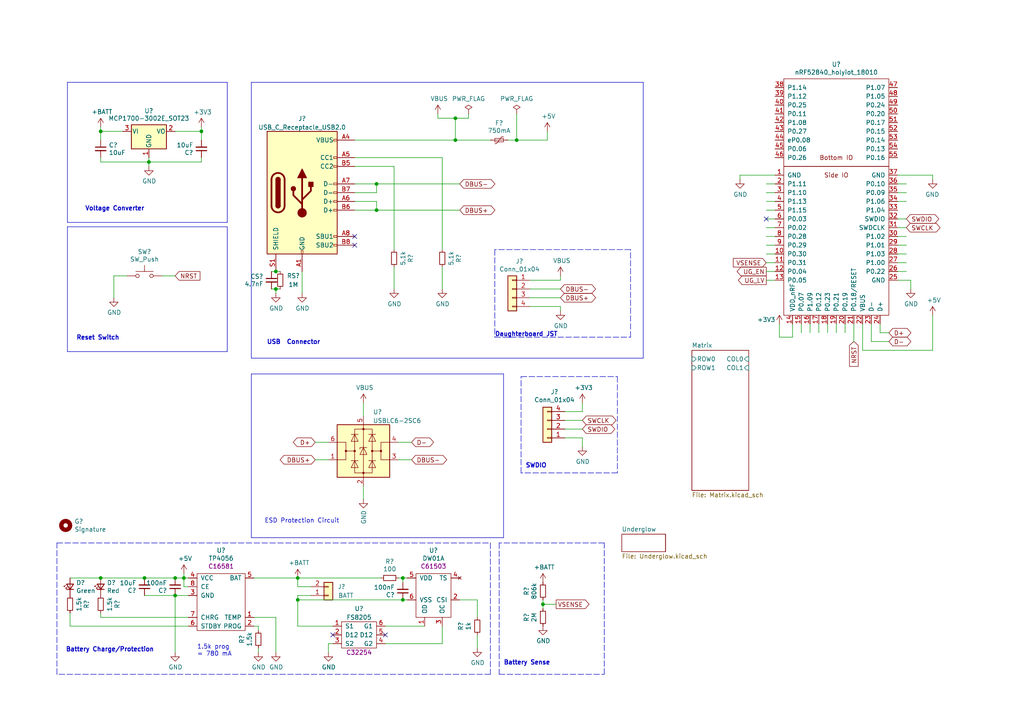
<source format=kicad_sch>
(kicad_sch (version 20211123) (generator eeschema)
  (paper "A4")
  (lib_symbols
    (symbol "Connector:USB_C_Receptacle_USB2.0" (pin_names (offset 1.016))
      (property "Reference" "J" (at -10.16 19.05 0))
      (property "Value" "USB_C_Receptacle_USB2.0" (at 19.05 19.05 0))
      (symbol "USB_C_Receptacle_USB2.0_0_0"
        (rectangle (start -0.254 -17.78) (end 0.254 -16.764))
        (rectangle (start 10.16 -14.986) (end 9.144 -15.494))
        (rectangle (start 10.16 -12.446) (end 9.144 -12.954))
        (rectangle (start 10.16 -4.826) (end 9.144 -5.334))
        (rectangle (start 10.16 -2.286) (end 9.144 -2.794))
        (rectangle (start 10.16 0.254) (end 9.144 -0.254))
        (rectangle (start 10.16 2.794) (end 9.144 2.286))
        (rectangle (start 10.16 7.874) (end 9.144 7.366))
        (rectangle (start 10.16 10.414) (end 9.144 9.906))
        (rectangle (start 10.16 15.494) (end 9.144 14.986))
      )
      (symbol "USB_C_Receptacle_USB2.0_0_1"
        (rectangle (start -10.16 17.78) (end 10.16 -17.78) (stroke (width 0.254)) (fill (type background)))
        (arc (start -8.89 -3.81) (mid -6.985 -5.715) (end -5.08 -3.81) (stroke (width 0.508)))
        (arc (start -7.62 -3.81) (mid -6.985 -4.445) (end -6.35 -3.81) (stroke (width 0.254)))
        (arc (start -7.62 -3.81) (mid -6.985 -4.445) (end -6.35 -3.81) (stroke (width 0.254)) (fill (type outline)))
        (rectangle (start -7.62 -3.81) (end -6.35 3.81) (stroke (width 0.254)) (fill (type outline)))
        (arc (start -6.35 3.81) (mid -6.985 4.445) (end -7.62 3.81) (stroke (width 0.254)))
        (arc (start -6.35 3.81) (mid -6.985 4.445) (end -7.62 3.81) (stroke (width 0.254)) (fill (type outline)))
        (arc (start -5.08 3.81) (mid -6.985 5.715) (end -8.89 3.81) (stroke (width 0.508)))
        (circle (center -2.54 1.143) (radius 0.635) (stroke (width 0.254)) (fill (type outline)))
        (circle (center 0 -5.842) (radius 1.27) (fill (type outline)))
        (polyline (pts (xy -8.89 -3.81) (xy -8.89 3.81)) (stroke (width 0.508)))
        (polyline (pts (xy -5.08 3.81) (xy -5.08 -3.81)) (stroke (width 0.508)))
        (polyline (pts (xy 0 -5.842) (xy 0 4.318)) (stroke (width 0.508)))
        (polyline (pts (xy 0 -3.302) (xy -2.54 -0.762) (xy -2.54 0.508)) (stroke (width 0.508)))
        (polyline (pts (xy 0 -2.032) (xy 2.54 0.508) (xy 2.54 1.778)) (stroke (width 0.508)))
        (polyline (pts (xy -1.27 4.318) (xy 0 6.858) (xy 1.27 4.318) (xy -1.27 4.318)) (stroke (width 0.254)) (fill (type outline)))
        (rectangle (start 1.905 1.778) (end 3.175 3.048) (stroke (width 0.254)) (fill (type outline)))
      )
      (symbol "USB_C_Receptacle_USB2.0_1_1"
        (pin passive line (at 0 -22.86 90) (length 5.08) (name "GND") (number "A1"))
        (pin passive line (at 0 -22.86 90) (length 5.08) hide (name "GND") (number "A12"))
        (pin passive line (at 15.24 15.24 180) (length 5.08) (name "VBUS") (number "A4"))
        (pin bidirectional line (at 15.24 10.16 180) (length 5.08) (name "CC1") (number "A5"))
        (pin bidirectional line (at 15.24 -2.54 180) (length 5.08) (name "D+") (number "A6"))
        (pin bidirectional line (at 15.24 2.54 180) (length 5.08) (name "D-") (number "A7"))
        (pin bidirectional line (at 15.24 -12.7 180) (length 5.08) (name "SBU1") (number "A8"))
        (pin passive line (at 15.24 15.24 180) (length 5.08) hide (name "VBUS") (number "A9"))
        (pin passive line (at 0 -22.86 90) (length 5.08) hide (name "GND") (number "B1"))
        (pin passive line (at 0 -22.86 90) (length 5.08) hide (name "GND") (number "B12"))
        (pin passive line (at 15.24 15.24 180) (length 5.08) hide (name "VBUS") (number "B4"))
        (pin bidirectional line (at 15.24 7.62 180) (length 5.08) (name "CC2") (number "B5"))
        (pin bidirectional line (at 15.24 -5.08 180) (length 5.08) (name "D+") (number "B6"))
        (pin bidirectional line (at 15.24 0 180) (length 5.08) (name "D-") (number "B7"))
        (pin bidirectional line (at 15.24 -15.24 180) (length 5.08) (name "SBU2") (number "B8"))
        (pin passive line (at 15.24 15.24 180) (length 5.08) hide (name "VBUS") (number "B9"))
        (pin passive line (at -7.62 -22.86 90) (length 5.08) (name "SHIELD") (number "S1"))
      )
    )
    (symbol "Connector_Generic:Conn_01x02" (pin_names (offset 1.016) hide)
      (property "Reference" "J" (at 0 2.54 0))
      (property "Value" "Conn_01x02" (at 0 -5.08 0))
      (symbol "Conn_01x02_1_1"
        (rectangle (start -1.27 -2.413) (end 0 -2.667) (stroke (width 0.1524)))
        (rectangle (start -1.27 0.127) (end 0 -0.127) (stroke (width 0.1524)))
        (rectangle (start -1.27 1.27) (end 1.27 -3.81) (stroke (width 0.254)) (fill (type background)))
        (pin passive line (at -5.08 0 0) (length 3.81) (name "Pin_1") (number "1"))
        (pin passive line (at -5.08 -2.54 0) (length 3.81) (name "Pin_2") (number "2"))
      )
    )
    (symbol "Connector_Generic:Conn_01x04" (pin_names (offset 1.016) hide)
      (property "Reference" "J" (at 0 5.08 0))
      (property "Value" "Conn_01x04" (at 0 -7.62 0))
      (symbol "Conn_01x04_1_1"
        (rectangle (start -1.27 -4.953) (end 0 -5.207) (stroke (width 0.1524)))
        (rectangle (start -1.27 -2.413) (end 0 -2.667) (stroke (width 0.1524)))
        (rectangle (start -1.27 0.127) (end 0 -0.127) (stroke (width 0.1524)))
        (rectangle (start -1.27 2.667) (end 0 2.413) (stroke (width 0.1524)))
        (rectangle (start -1.27 3.81) (end 1.27 -6.35) (stroke (width 0.254)) (fill (type background)))
        (pin passive line (at -5.08 2.54 0) (length 3.81) (name "Pin_1") (number "1"))
        (pin passive line (at -5.08 0 0) (length 3.81) (name "Pin_2") (number "2"))
        (pin passive line (at -5.08 -2.54 0) (length 3.81) (name "Pin_3") (number "3"))
        (pin passive line (at -5.08 -5.08 0) (length 3.81) (name "Pin_4") (number "4"))
      )
    )
    (symbol "Device:C_Small" (pin_numbers hide) (pin_names (offset 0.254) hide)
      (property "Reference" "C" (at 0.254 1.778 0))
      (property "Value" "C_Small" (at 0.254 -2.032 0))
      (symbol "C_Small_0_1"
        (polyline (pts (xy -1.524 -0.508) (xy 1.524 -0.508)) (stroke (width 0.3302)))
        (polyline (pts (xy -1.524 0.508) (xy 1.524 0.508)) (stroke (width 0.3048)))
      )
      (symbol "C_Small_1_1"
        (pin passive line (at 0 2.54 270) (length 2.032) (name "~") (number "1"))
        (pin passive line (at 0 -2.54 90) (length 2.032) (name "~") (number "2"))
      )
    )
    (symbol "Device:LED_Small" (pin_numbers hide) (pin_names (offset 0.254) hide)
      (property "Reference" "D" (at -1.27 3.175 0))
      (property "Value" "LED_Small" (at -4.445 -2.54 0))
      (symbol "LED_Small_0_1"
        (polyline (pts (xy -0.762 -1.016) (xy -0.762 1.016)) (stroke (width 0.254)))
        (polyline (pts (xy 1.016 0) (xy -0.762 0)))
        (polyline (pts (xy 0.762 -1.016) (xy -0.762 0) (xy 0.762 1.016) (xy 0.762 -1.016)) (stroke (width 0.254)))
        (polyline (pts (xy 0 0.762) (xy -0.508 1.27) (xy -0.254 1.27) (xy -0.508 1.27) (xy -0.508 1.016)))
        (polyline (pts (xy 0.508 1.27) (xy 0 1.778) (xy 0.254 1.778) (xy 0 1.778) (xy 0 1.524)))
      )
      (symbol "LED_Small_1_1"
        (pin passive line (at -2.54 0 0) (length 1.778) (name "K") (number "1"))
        (pin passive line (at 2.54 0 180) (length 1.778) (name "A") (number "2"))
      )
    )
    (symbol "Device:Polyfuse_Small" (pin_numbers hide) (pin_names (offset 0))
      (property "Reference" "F" (at -1.905 0 90))
      (property "Value" "Polyfuse_Small" (at 1.905 0 90))
      (symbol "Polyfuse_Small_0_1"
        (rectangle (start -0.508 1.27) (end 0.508 -1.27))
        (polyline (pts (xy 0 2.54) (xy 0 -2.54)))
        (polyline (pts (xy -1.016 1.27) (xy -1.016 0.762) (xy 1.016 -0.762) (xy 1.016 -1.27)))
      )
      (symbol "Polyfuse_Small_1_1"
        (pin passive line (at 0 2.54 270) (length 0.635) (name "~") (number "1"))
        (pin passive line (at 0 -2.54 90) (length 0.635) (name "~") (number "2"))
      )
    )
    (symbol "Device:R_Small" (pin_numbers hide) (pin_names (offset 0.254) hide)
      (property "Reference" "R" (at 0.762 0.508 0))
      (property "Value" "R_Small" (at 0.762 -1.016 0))
      (symbol "R_Small_0_1"
        (rectangle (start -0.762 1.778) (end 0.762 -1.778) (stroke (width 0.2032)))
      )
      (symbol "R_Small_1_1"
        (pin passive line (at 0 2.54 270) (length 0.762) (name "~") (number "1"))
        (pin passive line (at 0 -2.54 90) (length 0.762) (name "~") (number "2"))
      )
    )
    (symbol "Mechanical:MountingHole" (pin_names (offset 1.016))
      (property "Reference" "H" (at 0 5.08 0))
      (property "Value" "MountingHole" (at 0 3.175 0))
      (symbol "MountingHole_0_1"
        (circle (center 0 0) (radius 1.27) (stroke (width 1.27)))
      )
    )
    (symbol "Power_Protection:USBLC6-2SC6" (pin_names hide)
      (property "Reference" "U" (at 2.54 8.89 0))
      (property "Value" "USBLC6-2SC6" (at 2.54 -8.89 0))
      (symbol "USBLC6-2SC6_0_1"
        (rectangle (start -7.62 -7.62) (end 7.62 7.62) (stroke (width 0.254)) (fill (type background)))
        (circle (center -5.08 0) (radius 0.254) (fill (type outline)))
        (circle (center -2.54 0) (radius 0.254) (fill (type outline)))
        (rectangle (start -2.54 6.35) (end 2.54 -6.35))
        (circle (center 0 -6.35) (radius 0.254) (fill (type outline)))
        (polyline (pts (xy -5.08 -2.54) (xy -7.62 -2.54)))
        (polyline (pts (xy -5.08 0) (xy -5.08 -2.54)))
        (polyline (pts (xy -5.08 2.54) (xy -7.62 2.54)))
        (polyline (pts (xy -1.524 -2.794) (xy -3.556 -2.794)))
        (polyline (pts (xy -1.524 4.826) (xy -3.556 4.826)))
        (polyline (pts (xy 0 -7.62) (xy 0 -6.35)))
        (polyline (pts (xy 0 -6.35) (xy 0 1.27)))
        (polyline (pts (xy 0 1.27) (xy 0 6.35)))
        (polyline (pts (xy 0 6.35) (xy 0 7.62)))
        (polyline (pts (xy 1.524 -2.794) (xy 3.556 -2.794)))
        (polyline (pts (xy 1.524 4.826) (xy 3.556 4.826)))
        (polyline (pts (xy 5.08 -2.54) (xy 7.62 -2.54)))
        (polyline (pts (xy 5.08 0) (xy 5.08 -2.54)))
        (polyline (pts (xy 5.08 2.54) (xy 7.62 2.54)))
        (polyline (pts (xy -2.54 0) (xy -5.08 0) (xy -5.08 2.54)))
        (polyline (pts (xy 2.54 0) (xy 5.08 0) (xy 5.08 2.54)))
        (polyline (pts (xy -3.556 -4.826) (xy -1.524 -4.826) (xy -2.54 -2.794) (xy -3.556 -4.826)))
        (polyline (pts (xy -3.556 2.794) (xy -1.524 2.794) (xy -2.54 4.826) (xy -3.556 2.794)))
        (polyline (pts (xy -1.016 -1.016) (xy 1.016 -1.016) (xy 0 1.016) (xy -1.016 -1.016)))
        (polyline (pts (xy 1.016 1.016) (xy 0.762 1.016) (xy -1.016 1.016) (xy -1.016 0.508)))
        (polyline (pts (xy 3.556 -4.826) (xy 1.524 -4.826) (xy 2.54 -2.794) (xy 3.556 -4.826)))
        (polyline (pts (xy 3.556 2.794) (xy 1.524 2.794) (xy 2.54 4.826) (xy 3.556 2.794)))
        (circle (center 0 6.35) (radius 0.254) (fill (type outline)))
        (circle (center 2.54 0) (radius 0.254) (fill (type outline)))
        (circle (center 5.08 0) (radius 0.254) (fill (type outline)))
      )
      (symbol "USBLC6-2SC6_1_1"
        (pin passive line (at -10.16 -2.54 0) (length 2.54) (name "I/O1") (number "1"))
        (pin passive line (at 0 -10.16 90) (length 2.54) (name "GND") (number "2"))
        (pin passive line (at 10.16 -2.54 180) (length 2.54) (name "I/O2") (number "3"))
        (pin passive line (at 10.16 2.54 180) (length 2.54) (name "I/O2") (number "4"))
        (pin passive line (at 0 10.16 270) (length 2.54) (name "VBUS") (number "5"))
        (pin passive line (at -10.16 2.54 0) (length 2.54) (name "I/O1") (number "6"))
      )
    )
    (symbol "Regulator_Linear:MCP1700-3002E_SOT23" (pin_names (offset 0.254))
      (property "Reference" "U" (at -3.81 3.175 0))
      (property "Value" "MCP1700-3002E_SOT23" (at 0 3.175 0))
      (symbol "MCP1700-3002E_SOT23_0_1"
        (rectangle (start -5.08 1.905) (end 5.08 -5.08) (stroke (width 0.254)) (fill (type background)))
      )
      (symbol "MCP1700-3002E_SOT23_1_1"
        (pin power_in line (at 0 -7.62 90) (length 2.54) (name "GND") (number "1"))
        (pin power_out line (at 7.62 0 180) (length 2.54) (name "VO") (number "2"))
        (pin power_in line (at -7.62 0 0) (length 2.54) (name "VI") (number "3"))
      )
    )
    (symbol "Switch:SW_Push" (pin_numbers hide) (pin_names (offset 1.016) hide)
      (property "Reference" "SW" (at 1.27 2.54 0))
      (property "Value" "SW_Push" (at 0 -1.524 0))
      (symbol "SW_Push_0_1"
        (circle (center -2.032 0) (radius 0.508))
        (polyline (pts (xy 0 1.27) (xy 0 3.048)))
        (polyline (pts (xy 2.54 1.27) (xy -2.54 1.27)))
        (circle (center 2.032 0) (radius 0.508))
        (pin passive line (at -5.08 0 0) (length 2.54) (name "1") (number "1"))
        (pin passive line (at 5.08 0 180) (length 2.54) (name "2") (number "2"))
      )
    )
    (symbol "kicad-keyboard-parts:DW01A" (pin_names (offset 1.016))
      (property "Reference" "U" (at -5.08 7.62 0))
      (property "Value" "DW01A" (at 2.54 7.62 0))
      (property "LCSC" "C61503" (at 0 0 0))
      (symbol "DW01A_0_1"
        (rectangle (start -5.08 6.35) (end 5.08 -6.35))
      )
      (symbol "DW01A_1_1"
        (pin output line (at -2.54 -8.89 90) (length 2.54) (name "OD") (number "1"))
        (pin input line (at 7.62 -1.27 180) (length 2.54) (name "CSI") (number "2"))
        (pin output line (at 2.54 -8.89 90) (length 2.54) (name "OC") (number "3"))
        (pin no_connect line (at 7.62 5.08 180) (length 2.54) (name "TS") (number "4"))
        (pin power_in line (at -7.62 5.08 0) (length 2.54) (name "VDD") (number "5"))
        (pin power_in line (at -7.62 -1.27 0) (length 2.54) (name "VSS") (number "6"))
      )
    )
    (symbol "kicad-keyboard-parts:FS8205" (pin_names (offset 1.016))
      (property "Reference" "U" (at -3.81 5.08 0))
      (property "Value" "FS8205" (at -1.27 -5.08 0))
      (property "LCSC" "C32254" (at 0 0 0))
      (symbol "FS8205_0_1"
        (rectangle (start -5.08 3.81) (end 5.08 -3.81))
      )
      (symbol "FS8205_1_1"
        (pin power_in line (at -7.62 2.54 0) (length 2.54) (name "S1") (number "1"))
        (pin power_in line (at -7.62 0 0) (length 2.54) (name "D12") (number "2"))
        (pin power_in line (at -7.62 -2.54 0) (length 2.54) (name "S2") (number "3"))
        (pin input line (at 7.62 -2.54 180) (length 2.54) (name "G2") (number "4"))
        (pin power_in line (at 7.62 0 180) (length 2.54) (name "D12") (number "5"))
        (pin input line (at 7.62 2.54 180) (length 2.54) (name "G1") (number "6"))
      )
    )
    (symbol "kicad-keyboard-parts:TP4056" (pin_names (offset 1.016))
      (property "Reference" "U" (at -6.35 8.89 0))
      (property "Value" "TP4056" (at 2.54 -10.16 0))
      (property "LCSC" "C16581" (at 0 0 0))
      (symbol "TP4056_0_1"
        (rectangle (start -7.62 7.62) (end 6.35 -8.89))
      )
      (symbol "TP4056_1_1"
        (pin input line (at 8.89 -5.08 180) (length 2.54) (name "TEMP") (number "1"))
        (pin input line (at 8.89 -7.62 180) (length 2.54) (name "PROG") (number "2"))
        (pin power_in line (at -10.16 1.27 0) (length 2.54) (name "GND") (number "3"))
        (pin power_in line (at -10.16 6.35 0) (length 2.54) (name "VCC") (number "4"))
        (pin power_out line (at 8.89 6.35 180) (length 2.54) (name "BAT") (number "5"))
        (pin output line (at -10.16 -7.62 0) (length 2.54) (name "STDBY") (number "6"))
        (pin output line (at -10.16 -5.08 0) (length 2.54) (name "CHRG") (number "7"))
        (pin input line (at -10.16 3.81 0) (length 2.54) (name "CE") (number "8"))
      )
    )
    (symbol "kicad-keyboard-parts:nRF52840_holyiot_18010" (pin_names (offset 1.016))
      (property "Reference" "U" (at -2.54 39.37 0))
      (property "Value" "nRF52840_holyiot_18010" (at 0 36.83 0))
      (symbol "nRF52840_holyiot_18010_0_0"
        (rectangle (start -15.24 8.89) (end 15.24 -34.29))
        (rectangle (start -15.24 8.89) (end 15.24 34.29))
        (text "Bottom IO" (at 0 11.43 0) (effects (font (size 1.27 1.27))))
        (text "Side IO" (at 0 6.35 0) (effects (font (size 1.27 1.27))))
      )
      (symbol "nRF52840_holyiot_18010_1_1"
        (pin power_in line (at -17.78 6.35 0) (length 2.54) (name "GND") (number "1"))
        (pin bidirectional line (at -17.78 -16.51 0) (length 2.54) (name "P0.30") (number "10"))
        (pin bidirectional line (at -17.78 -19.05 0) (length 2.54) (name "P0.31") (number "11"))
        (pin bidirectional line (at -17.78 -21.59 0) (length 2.54) (name "P0.04") (number "12"))
        (pin bidirectional line (at -17.78 -24.13 0) (length 2.54) (name "P0.05") (number "13"))
        (pin power_in line (at -12.7 -36.83 90) (length 2.54) (name "VDD_nRF") (number "14"))
        (pin bidirectional line (at -10.16 -36.83 90) (length 2.54) (name "P0.07") (number "15"))
        (pin bidirectional line (at -7.62 -36.83 90) (length 2.54) (name "P1.09") (number "16"))
        (pin bidirectional line (at -5.08 -36.83 90) (length 2.54) (name "P0.12") (number "17"))
        (pin bidirectional line (at -2.54 -36.83 90) (length 2.54) (name "P0.23") (number "18"))
        (pin bidirectional line (at 0 -36.83 90) (length 2.54) (name "P0.21") (number "19"))
        (pin bidirectional line (at -17.78 3.81 0) (length 2.54) (name "P1.11") (number "2"))
        (pin bidirectional line (at 2.54 -36.83 90) (length 2.54) (name "P0.19") (number "20"))
        (pin input line (at 5.08 -36.83 90) (length 2.54) (name "P0.18/RESET") (number "21"))
        (pin power_in line (at 7.62 -36.83 90) (length 2.54) (name "VBUS") (number "22"))
        (pin bidirectional line (at 10.16 -36.83 90) (length 2.54) (name "D-") (number "23"))
        (pin bidirectional line (at 12.7 -36.83 90) (length 2.54) (name "D+") (number "24"))
        (pin power_in line (at 17.78 -24.13 180) (length 2.54) (name "GND") (number "25"))
        (pin bidirectional line (at 17.78 -21.59 180) (length 2.54) (name "P0.22") (number "26"))
        (pin bidirectional line (at 17.78 -19.05 180) (length 2.54) (name "P1.00") (number "27"))
        (pin bidirectional line (at 17.78 -16.51 180) (length 2.54) (name "P1.03") (number "28"))
        (pin bidirectional line (at 17.78 -13.97 180) (length 2.54) (name "P1.01") (number "29"))
        (pin bidirectional line (at -17.78 1.27 0) (length 2.54) (name "P1.10") (number "3"))
        (pin bidirectional line (at 17.78 -11.43 180) (length 2.54) (name "P1.02") (number "30"))
        (pin bidirectional line (at 17.78 -8.89 180) (length 2.54) (name "SWDCLK") (number "31"))
        (pin bidirectional line (at 17.78 -6.35 180) (length 2.54) (name "SWDIO") (number "32"))
        (pin bidirectional line (at 17.78 -3.81 180) (length 2.54) (name "P1.04") (number "33"))
        (pin bidirectional line (at 17.78 -1.27 180) (length 2.54) (name "P1.06") (number "34"))
        (pin bidirectional line (at 17.78 1.27 180) (length 2.54) (name "P0.09") (number "35"))
        (pin bidirectional line (at 17.78 3.81 180) (length 2.54) (name "P0.10") (number "36"))
        (pin power_in line (at 17.78 6.35 180) (length 2.54) (name "GND") (number "37"))
        (pin bidirectional line (at -17.78 31.75 0) (length 2.54) (name "P1.14") (number "38"))
        (pin bidirectional line (at -17.78 29.21 0) (length 2.54) (name "P1.12") (number "39"))
        (pin bidirectional line (at -17.78 -1.27 0) (length 2.54) (name "P1.13") (number "4"))
        (pin bidirectional line (at -17.78 26.67 0) (length 2.54) (name "P0.25") (number "40"))
        (pin bidirectional line (at -17.78 24.13 0) (length 2.54) (name "P0.11") (number "41"))
        (pin bidirectional line (at -17.78 21.59 0) (length 2.54) (name "P1.08") (number "42"))
        (pin bidirectional line (at -17.78 19.05 0) (length 2.54) (name "P0.27") (number "43"))
        (pin bidirectional line (at -17.78 16.51 0) (length 2.54) (name "eP0.08") (number "44"))
        (pin bidirectional line (at -17.78 13.97 0) (length 2.54) (name "P0.06") (number "45"))
        (pin bidirectional line (at -17.78 11.43 0) (length 2.54) (name "P0.26") (number "46"))
        (pin bidirectional line (at 17.78 31.75 180) (length 2.54) (name "P1.07") (number "47"))
        (pin bidirectional line (at 17.78 29.21 180) (length 2.54) (name "P1.05") (number "48"))
        (pin bidirectional line (at 17.78 26.67 180) (length 2.54) (name "P0.24") (number "49"))
        (pin bidirectional line (at -17.78 -3.81 0) (length 2.54) (name "P1.15") (number "5"))
        (pin bidirectional line (at 17.78 24.13 180) (length 2.54) (name "P0.20") (number "50"))
        (pin bidirectional line (at 17.78 21.59 180) (length 2.54) (name "P0.17") (number "51"))
        (pin bidirectional line (at 17.78 19.05 180) (length 2.54) (name "P0.15") (number "52"))
        (pin bidirectional line (at 17.78 16.51 180) (length 2.54) (name "P0.14") (number "53"))
        (pin bidirectional line (at 17.78 13.97 180) (length 2.54) (name "P0.13") (number "54"))
        (pin bidirectional line (at 17.78 11.43 180) (length 2.54) (name "P0.16") (number "55"))
        (pin bidirectional line (at -17.78 -6.35 0) (length 2.54) (name "P0.03") (number "6"))
        (pin bidirectional line (at -17.78 -8.89 0) (length 2.54) (name "P0.02") (number "7"))
        (pin bidirectional line (at -17.78 -11.43 0) (length 2.54) (name "P0.28") (number "8"))
        (pin bidirectional line (at -17.78 -13.97 0) (length 2.54) (name "P0.29") (number "9"))
      )
    )
    (symbol "power:+3V3" (power) (pin_names (offset 0))
      (property "Value" "+3V3" (at 0 3.556 0))
      (symbol "+3V3_0_1"
        (polyline (pts (xy -0.762 1.27) (xy 0 2.54)))
        (polyline (pts (xy 0 0) (xy 0 2.54)))
        (polyline (pts (xy 0 2.54) (xy 0.762 1.27)))
      )
      (symbol "+3V3_1_1"
        (pin power_in line (at 0 0 90) (length 0) hide (name "+3V3") (number "1"))
      )
    )
    (symbol "power:+5V" (power) (pin_names (offset 0))
      (property "Value" "+5V" (at 0 3.556 0))
      (symbol "+5V_0_1"
        (polyline (pts (xy -0.762 1.27) (xy 0 2.54)))
        (polyline (pts (xy 0 0) (xy 0 2.54)))
        (polyline (pts (xy 0 2.54) (xy 0.762 1.27)))
      )
      (symbol "+5V_1_1"
        (pin power_in line (at 0 0 90) (length 0) hide (name "+5V") (number "1"))
      )
    )
    (symbol "power:+BATT" (power) (pin_names (offset 0))
      (property "Value" "+BATT" (at 0 3.556 0))
      (symbol "+BATT_0_1"
        (polyline (pts (xy -0.762 1.27) (xy 0 2.54)))
        (polyline (pts (xy 0 0) (xy 0 2.54)))
        (polyline (pts (xy 0 2.54) (xy 0.762 1.27)))
      )
      (symbol "+BATT_1_1"
        (pin power_in line (at 0 0 90) (length 0) hide (name "+BATT") (number "1"))
      )
    )
    (symbol "power:GND" (power) (pin_names (offset 0))
      (property "Value" "GND" (at 0 -3.81 0))
      (symbol "GND_0_1"
        (polyline (pts (xy 0 0) (xy 0 -1.27) (xy 1.27 -1.27) (xy 0 -2.54) (xy -1.27 -1.27) (xy 0 -1.27)))
      )
      (symbol "GND_1_1"
        (pin power_in line (at 0 0 270) (length 0) hide (name "GND") (number "1"))
      )
    )
    (symbol "power:PWR_FLAG" (power) (pin_numbers hide) (pin_names (offset 0) hide)
      (property "Value" "PWR_FLAG" (at 0 3.81 0))
      (symbol "PWR_FLAG_0_0"
        (pin power_out line (at 0 0 90) (length 0) (name "pwr") (number "1"))
      )
      (symbol "PWR_FLAG_0_1"
        (polyline (pts (xy 0 0) (xy 0 1.27) (xy -1.016 1.905) (xy 0 2.54) (xy 1.016 1.905) (xy 0 1.27)))
      )
    )
    (symbol "power:VBUS" (power) (pin_names (offset 0))
      (property "Value" "VBUS" (at 0 3.81 0))
      (symbol "VBUS_0_1"
        (polyline (pts (xy -0.762 1.27) (xy 0 2.54)))
        (polyline (pts (xy 0 0) (xy 0 2.54)))
        (polyline (pts (xy 0 2.54) (xy 0.762 1.27)))
      )
      (symbol "VBUS_1_1"
        (pin power_in line (at 0 0 90) (length 0) hide (name "VBUS") (number "1"))
      )
    )
  )
  (junction (at 53.34 167.64))
  (junction (at 41.91 167.64))
  (junction (at 58.42 38.1))
  (junction (at 80.01 78.74))
  (junction (at 109.22 53.34))
  (junction (at 50.8 167.64))
  (junction (at 149.86 40.64))
  (junction (at 43.18 46.99))
  (junction (at 86.36 167.64))
  (junction (at 157.48 175.26))
  (junction (at 116.84 167.64))
  (junction (at 29.21 167.64))
  (junction (at 132.08 40.64))
  (junction (at 50.8 172.72))
  (junction (at 132.08 34.29))
  (junction (at 116.84 173.99))
  (junction (at 86.36 173.99))
  (junction (at 109.22 60.96))
  (junction (at 29.21 38.1))
  (junction (at 80.01 83.82))
  (no_connect (at 111.76 184.15))
  (no_connect (at 102.87 68.58))
  (no_connect (at 96.52 184.15))
  (no_connect (at 222.25 63.5))
  (no_connect (at 102.87 71.12))
  (polyline (pts (xy 151.13 109.22) (xy 179.07 109.22)))
  (wire (pts (xy 111.76 186.69) (xy 128.27 186.69)))
  (wire (pts (xy 226.06 93.98) (xy 226.06 97.79)))
  (wire (pts (xy 262.89 53.34) (xy 260.35 53.34)))
  (polyline (pts (xy 65.913 65.786) (xy 65.913 101.981)) (stroke (width 0) (type solid)))
  (wire (pts (xy 128.27 186.69) (xy 128.27 181.61)))
  (polyline (pts (xy 72.898 23.876) (xy 72.898 103.886)) (stroke (width 0) (type solid)))
  (wire (pts (xy 262.89 55.88) (xy 260.35 55.88)))
  (wire (pts (xy 80.01 189.23) (xy 80.01 179.07)))
  (wire (pts (xy 262.89 73.66) (xy 260.35 73.66)))
  (wire (pts (xy 74.93 181.61) (xy 74.93 182.88)))
  (wire (pts (xy 252.73 99.06) (xy 257.81 99.06)))
  (wire (pts (xy 257.81 96.52) (xy 255.27 96.52)))
  (wire (pts (xy 250.19 93.98) (xy 250.19 101.6)))
  (wire (pts (xy 262.89 78.74) (xy 260.35 78.74)))
  (polyline (pts (xy 19.558 101.981) (xy 19.558 65.786)) (stroke (width 0) (type solid)))
  (wire (pts (xy 214.63 52.07) (xy 214.63 50.8)))
  (wire (pts (xy 234.95 96.52) (xy 234.95 93.98)))
  (wire (pts (xy 53.34 167.64) (xy 53.34 170.18)))
  (wire (pts (xy 232.41 96.52) (xy 232.41 93.98)))
  (wire (pts (xy 50.8 167.64) (xy 53.34 167.64)))
  (wire (pts (xy 262.89 68.58) (xy 260.35 68.58)))
  (wire (pts (xy 222.25 58.42) (xy 224.79 58.42)))
  (wire (pts (xy 116.84 167.64) (xy 118.11 167.64)))
  (wire (pts (xy 73.66 167.64) (xy 86.36 167.64)))
  (wire (pts (xy 157.48 175.26) (xy 157.48 176.53)))
  (wire (pts (xy 29.21 179.07) (xy 54.61 179.07)))
  (wire (pts (xy 157.48 175.26) (xy 161.29 175.26)))
  (polyline (pts (xy 175.26 157.48) (xy 144.78 157.48)))
  (wire (pts (xy 53.34 167.64) (xy 54.61 167.64)))
  (wire (pts (xy 29.21 45.72) (xy 29.21 46.99)))
  (wire (pts (xy 260.35 66.04) (xy 262.89 66.04)))
  (polyline (pts (xy 142.24 195.58) (xy 16.51 195.58)))
  (polyline (pts (xy 19.558 65.786) (xy 65.913 65.786)) (stroke (width 0) (type solid)))
  (wire (pts (xy 128.27 77.47) (xy 128.27 83.82)))
  (wire (pts (xy 53.34 166.37) (xy 53.34 167.64)))
  (wire (pts (xy 111.76 181.61) (xy 123.19 181.61)))
  (wire (pts (xy 91.44 133.35) (xy 95.25 133.35)))
  (wire (pts (xy 157.48 173.99) (xy 157.48 175.26)))
  (wire (pts (xy 222.25 53.34) (xy 224.79 53.34)))
  (wire (pts (xy 115.57 133.35) (xy 119.38 133.35)))
  (wire (pts (xy 270.51 50.8) (xy 260.35 50.8)))
  (wire (pts (xy 33.02 80.01) (xy 33.02 86.36)))
  (wire (pts (xy 153.67 86.36) (xy 162.56 86.36)))
  (polyline (pts (xy 179.07 137.16) (xy 151.13 137.16)))
  (wire (pts (xy 224.79 78.74) (xy 222.25 78.74)))
  (wire (pts (xy 91.44 128.27) (xy 95.25 128.27)))
  (polyline (pts (xy 143.51 72.39) (xy 143.51 97.79)))
  (polyline (pts (xy 72.898 155.956) (xy 146.05 155.956)) (stroke (width 0) (type solid)))
  (wire (pts (xy 168.91 127) (xy 168.91 129.54)))
  (polyline (pts (xy 19.558 64.516) (xy 19.558 23.876)) (stroke (width 0) (type solid)))
  (wire (pts (xy 80.01 78.74) (xy 81.28 78.74)))
  (wire (pts (xy 86.36 181.61) (xy 86.36 173.99)))
  (wire (pts (xy 118.11 173.99) (xy 116.84 173.99)))
  (wire (pts (xy 80.01 179.07) (xy 73.66 179.07)))
  (wire (pts (xy 168.91 119.38) (xy 168.91 116.84)))
  (wire (pts (xy 127 34.29) (xy 132.08 34.29)))
  (wire (pts (xy 102.87 45.72) (xy 128.27 45.72)))
  (wire (pts (xy 262.89 71.12) (xy 260.35 71.12)))
  (wire (pts (xy 153.67 88.9) (xy 162.56 88.9)))
  (wire (pts (xy 222.25 63.5) (xy 224.79 63.5)))
  (polyline (pts (xy 182.88 72.39) (xy 143.51 72.39)))
  (wire (pts (xy 222.25 60.96) (xy 224.79 60.96)))
  (wire (pts (xy 147.32 40.64) (xy 149.86 40.64)))
  (polyline (pts (xy 19.558 23.876) (xy 65.913 23.876)) (stroke (width 0) (type solid)))
  (wire (pts (xy 102.87 48.26) (xy 114.3 48.26)))
  (wire (pts (xy 58.42 38.1) (xy 58.42 40.64)))
  (wire (pts (xy 255.27 96.52) (xy 255.27 93.98)))
  (wire (pts (xy 54.61 172.72) (xy 50.8 172.72)))
  (wire (pts (xy 142.24 40.64) (xy 132.08 40.64)))
  (wire (pts (xy 114.3 83.82) (xy 114.3 77.47)))
  (wire (pts (xy 102.87 53.34) (xy 109.22 53.34)))
  (wire (pts (xy 168.91 124.46) (xy 163.83 124.46)))
  (wire (pts (xy 102.87 55.88) (xy 109.22 55.88)))
  (wire (pts (xy 96.52 181.61) (xy 86.36 181.61)))
  (wire (pts (xy 20.32 177.8) (xy 20.32 181.61)))
  (wire (pts (xy 128.27 45.72) (xy 128.27 72.39)))
  (polyline (pts (xy 175.26 195.58) (xy 175.26 157.48)))
  (wire (pts (xy 86.36 173.99) (xy 86.36 172.72)))
  (wire (pts (xy 80.01 83.82) (xy 81.28 83.82)))
  (wire (pts (xy 58.42 46.99) (xy 58.42 45.72)))
  (wire (pts (xy 260.35 81.28) (xy 264.16 81.28)))
  (polyline (pts (xy 151.13 137.16) (xy 151.13 109.22)))
  (wire (pts (xy 163.83 127) (xy 168.91 127)))
  (wire (pts (xy 163.83 121.92) (xy 168.91 121.92)))
  (wire (pts (xy 29.21 38.1) (xy 29.21 40.64)))
  (wire (pts (xy 86.36 167.64) (xy 110.49 167.64)))
  (wire (pts (xy 222.25 55.88) (xy 224.79 55.88)))
  (wire (pts (xy 86.36 173.99) (xy 116.84 173.99)))
  (polyline (pts (xy 16.51 195.58) (xy 16.51 157.48)))
  (wire (pts (xy 240.03 96.52) (xy 240.03 93.98)))
  (wire (pts (xy 127 33.02) (xy 127 34.29)))
  (wire (pts (xy 29.21 38.1) (xy 35.56 38.1)))
  (wire (pts (xy 53.34 170.18) (xy 54.61 170.18)))
  (wire (pts (xy 162.56 88.9) (xy 162.56 90.17)))
  (wire (pts (xy 114.3 48.26) (xy 114.3 72.39)))
  (wire (pts (xy 162.56 81.28) (xy 162.56 80.01)))
  (wire (pts (xy 43.18 46.99) (xy 43.18 48.26)))
  (wire (pts (xy 115.57 167.64) (xy 116.84 167.64)))
  (wire (pts (xy 116.84 168.91) (xy 116.84 167.64)))
  (wire (pts (xy 250.19 101.6) (xy 270.51 101.6)))
  (wire (pts (xy 95.25 186.69) (xy 96.52 186.69)))
  (wire (pts (xy 242.57 96.52) (xy 242.57 93.98)))
  (wire (pts (xy 264.16 81.28) (xy 264.16 83.82)))
  (polyline (pts (xy 144.78 195.58) (xy 175.26 195.58)))
  (wire (pts (xy 138.43 187.96) (xy 138.43 184.15)))
  (wire (pts (xy 163.83 119.38) (xy 168.91 119.38)))
  (polyline (pts (xy 72.898 108.458) (xy 146.05 108.458)) (stroke (width 0) (type solid)))
  (wire (pts (xy 270.51 52.07) (xy 270.51 50.8)))
  (wire (pts (xy 222.25 71.12) (xy 224.79 71.12)))
  (polyline (pts (xy 65.913 101.981) (xy 19.558 101.981)) (stroke (width 0) (type solid)))
  (wire (pts (xy 90.17 170.18) (xy 86.36 170.18)))
  (wire (pts (xy 214.63 50.8) (xy 224.79 50.8)))
  (polyline (pts (xy 72.898 155.956) (xy 72.898 108.458)) (stroke (width 0) (type solid)))
  (wire (pts (xy 247.65 93.98) (xy 247.65 99.06)))
  (wire (pts (xy 149.86 40.64) (xy 158.75 40.64)))
  (wire (pts (xy 270.51 101.6) (xy 270.51 91.44)))
  (wire (pts (xy 222.25 73.66) (xy 224.79 73.66)))
  (wire (pts (xy 29.21 167.64) (xy 41.91 167.64)))
  (wire (pts (xy 29.21 46.99) (xy 43.18 46.99)))
  (wire (pts (xy 135.89 34.29) (xy 135.89 33.02)))
  (wire (pts (xy 132.08 34.29) (xy 132.08 40.64)))
  (wire (pts (xy 237.49 96.52) (xy 237.49 93.98)))
  (wire (pts (xy 262.89 58.42) (xy 260.35 58.42)))
  (wire (pts (xy 20.32 167.64) (xy 29.21 167.64)))
  (wire (pts (xy 149.86 33.02) (xy 149.86 40.64)))
  (wire (pts (xy 109.22 60.96) (xy 133.35 60.96)))
  (wire (pts (xy 86.36 170.18) (xy 86.36 167.64)))
  (wire (pts (xy 50.8 172.72) (xy 50.8 189.23)))
  (wire (pts (xy 109.22 55.88) (xy 109.22 53.34)))
  (polyline (pts (xy 146.05 108.458) (xy 146.05 155.956)) (stroke (width 0) (type solid)))
  (wire (pts (xy 95.25 189.23) (xy 95.25 186.69)))
  (wire (pts (xy 222.25 66.04) (xy 224.79 66.04)))
  (polyline (pts (xy 143.51 97.79) (xy 182.88 97.79)))
  (wire (pts (xy 80.01 83.82) (xy 80.01 85.09)))
  (wire (pts (xy 252.73 93.98) (xy 252.73 99.06)))
  (wire (pts (xy 222.25 81.28) (xy 224.79 81.28)))
  (wire (pts (xy 105.41 140.97) (xy 105.41 144.78)))
  (wire (pts (xy 43.18 45.72) (xy 43.18 46.99)))
  (wire (pts (xy 102.87 60.96) (xy 109.22 60.96)))
  (wire (pts (xy 102.87 40.64) (xy 132.08 40.64)))
  (polyline (pts (xy 186.563 103.886) (xy 186.563 23.876)) (stroke (width 0) (type solid)))
  (polyline (pts (xy 65.913 23.876) (xy 65.913 64.516)) (stroke (width 0) (type solid)))
  (polyline (pts (xy 144.78 157.48) (xy 144.78 195.58)))
  (wire (pts (xy 153.67 81.28) (xy 162.56 81.28)))
  (wire (pts (xy 36.83 80.01) (xy 33.02 80.01)))
  (wire (pts (xy 20.32 181.61) (xy 54.61 181.61)))
  (wire (pts (xy 87.63 78.74) (xy 87.63 85.09)))
  (wire (pts (xy 58.42 38.1) (xy 58.42 36.83)))
  (wire (pts (xy 138.43 179.07) (xy 138.43 173.99)))
  (wire (pts (xy 115.57 128.27) (xy 119.38 128.27)))
  (polyline (pts (xy 19.558 64.516) (xy 65.913 64.516)) (stroke (width 0) (type solid)))
  (wire (pts (xy 74.93 189.23) (xy 74.93 187.96)))
  (polyline (pts (xy 182.88 97.79) (xy 182.88 72.39)))
  (wire (pts (xy 50.8 172.72) (xy 41.91 172.72)))
  (wire (pts (xy 41.91 167.64) (xy 50.8 167.64)))
  (wire (pts (xy 162.56 83.82) (xy 153.67 83.82)))
  (wire (pts (xy 86.36 172.72) (xy 90.17 172.72)))
  (wire (pts (xy 229.87 93.98) (xy 229.87 97.79)))
  (wire (pts (xy 262.89 63.5) (xy 260.35 63.5)))
  (wire (pts (xy 109.22 58.42) (xy 109.22 60.96)))
  (wire (pts (xy 78.74 78.74) (xy 80.01 78.74)))
  (polyline (pts (xy 179.07 109.22) (xy 179.07 137.16)))
  (wire (pts (xy 50.8 38.1) (xy 58.42 38.1)))
  (polyline (pts (xy 72.898 103.886) (xy 186.563 103.886)) (stroke (width 0) (type solid)))
  (polyline (pts (xy 186.563 23.876) (xy 72.898 23.876)) (stroke (width 0) (type solid)))
  (wire (pts (xy 222.25 68.58) (xy 224.79 68.58)))
  (wire (pts (xy 29.21 179.07) (xy 29.21 177.8)))
  (wire (pts (xy 109.22 53.34) (xy 133.35 53.34)))
  (wire (pts (xy 46.99 80.01) (xy 50.8 80.01)))
  (wire (pts (xy 78.74 83.82) (xy 80.01 83.82)))
  (wire (pts (xy 138.43 173.99) (xy 133.35 173.99)))
  (wire (pts (xy 102.87 58.42) (xy 109.22 58.42)))
  (wire (pts (xy 226.06 97.79) (xy 229.87 97.79)))
  (wire (pts (xy 43.18 46.99) (xy 58.42 46.99)))
  (polyline (pts (xy 16.51 157.48) (xy 142.24 157.48)))
  (wire (pts (xy 222.25 76.2) (xy 224.79 76.2)))
  (wire (pts (xy 105.41 116.84) (xy 105.41 120.65)))
  (wire (pts (xy 29.21 36.83) (xy 29.21 38.1)))
  (wire (pts (xy 262.89 76.2) (xy 260.35 76.2)))
  (wire (pts (xy 73.66 181.61) (xy 74.93 181.61)))
  (wire (pts (xy 132.08 34.29) (xy 135.89 34.29)))
  (wire (pts (xy 245.11 96.52) (xy 245.11 93.98)))
  (polyline (pts (xy 142.24 157.48) (xy 142.24 195.58)))
  (wire (pts (xy 158.75 40.64) (xy 158.75 38.1)))
  (text "Battery Charge/Protection" (at 19.05 189.23 0) (effects (font (size 1.27 1.27) (thickness 0.254) bold) (justify left bottom)))
  (text "Daughterboard JST" (at 143.51 97.79 0) (effects (font (size 1.27 1.27) (thickness 0.254) bold) (justify left bottom)))
  (text "1.5k prog\n= 780 mA" (at 57.15 190.5 0) (effects (font (size 1.27 1.27)) (justify left bottom)))
  (text "Reset Switch\n" (at 22.098 98.806 0) (effects (font (size 1.27 1.27) (thickness 0.254) bold) (justify left bottom)))
  (text "ESD Protection Circuit" (at 76.708 151.892 0) (effects (font (size 1.27 1.27)) (justify left bottom)))
  (text "SWDIO" (at 152.4 135.89 0) (effects (font (size 1.27 1.27) (thickness 0.254) bold) (justify left bottom)))
  (text "USB  Connector" (at 77.343 100.076 0) (effects (font (size 1.27 1.27) (thickness 0.254) bold) (justify left bottom)))
  (text "Battery Sense" (at 146.05 193.04 0) (effects (font (size 1.27 1.27) (thickness 0.254) bold) (justify left bottom)))
  (text "Voltage Converter" (at 24.638 61.341 0) (effects (font (size 1.27 1.27) (thickness 0.254) bold) (justify left bottom)))
  (global_label "SWCLK" (shape bidirectional) (at 168.91 121.92 0) (property "Intersheet References" "${INTERSHEET_REFS}" (effects hide)))
  (global_label "SWDIO" (shape bidirectional) (at 262.89 63.5 0) (property "Intersheet References" "${INTERSHEET_REFS}" (effects hide)))
  (global_label "SWDIO" (shape bidirectional) (at 168.91 124.46 0) (property "Intersheet References" "${INTERSHEET_REFS}" (effects hide)))
  (global_label "DBUS-" (shape bidirectional) (at 133.35 53.34 0) (property "Intersheet References" "${INTERSHEET_REFS}" (effects hide)))
  (global_label "DBUS+" (shape bidirectional) (at 133.35 60.96 0) (property "Intersheet References" "${INTERSHEET_REFS}" (effects hide)))
  (global_label "VSENSE" (shape input) (at 222.25 76.2 180) (property "Intersheet References" "${INTERSHEET_REFS}" (effects hide)))
  (global_label "UG_EN" (shape output) (at 222.25 78.74 180) (property "Intersheet References" "${INTERSHEET_REFS}" (effects hide)))
  (global_label "D+" (shape bidirectional) (at 91.44 128.27 180) (property "Intersheet References" "${INTERSHEET_REFS}" (effects hide)))
  (global_label "UG_LV" (shape output) (at 222.25 81.28 180) (property "Intersheet References" "${INTERSHEET_REFS}" (effects hide)))
  (global_label "NRST" (shape input) (at 50.8 80.01 0) (property "Intersheet References" "${INTERSHEET_REFS}" (effects hide)))
  (global_label "NRST" (shape input) (at 247.65 99.06 270) (property "Intersheet References" "${INTERSHEET_REFS}" (effects hide)))
  (global_label "D+" (shape bidirectional) (at 257.81 96.52 0) (property "Intersheet References" "${INTERSHEET_REFS}" (effects hide)))
  (global_label "SWCLK" (shape bidirectional) (at 262.89 66.04 0) (property "Intersheet References" "${INTERSHEET_REFS}" (effects hide)))
  (global_label "DBUS+" (shape bidirectional) (at 91.44 133.35 180) (property "Intersheet References" "${INTERSHEET_REFS}" (effects hide)))
  (global_label "DBUS-" (shape bidirectional) (at 162.56 83.82 0) (property "Intersheet References" "${INTERSHEET_REFS}" (effects hide)))
  (global_label "DBUS-" (shape bidirectional) (at 119.38 133.35 0) (property "Intersheet References" "${INTERSHEET_REFS}" (effects hide)))
  (global_label "DBUS+" (shape bidirectional) (at 162.56 86.36 0) (property "Intersheet References" "${INTERSHEET_REFS}" (effects hide)))
  (global_label "D-" (shape bidirectional) (at 119.38 128.27 0) (property "Intersheet References" "${INTERSHEET_REFS}" (effects hide)))
  (global_label "D-" (shape bidirectional) (at 257.81 99.06 0) (property "Intersheet References" "${INTERSHEET_REFS}" (effects hide)))
  (global_label "VSENSE" (shape output) (at 161.29 175.26 0) (property "Intersheet References" "${INTERSHEET_REFS}" (effects hide)))
  (symbol (lib_id "Device:R_Small") (at 128.27 74.93 180) (unit 1)
    (property "Reference" "R?" (at 133.0452 74.93 90))
    (property "Value" "5.1k" (at 130.8608 74.93 90))
    (property "Footprint" "Resistor_SMD:R_0603_1608Metric" (effects hide))
  )
  (symbol (lib_id "Device:Polyfuse_Small") (at 144.78 40.64 270) (unit 1)
    (property "Reference" "F?" (at 144.78 35.687 90))
    (property "Value" "750mA" (at 144.78 37.8714 90))
    (property "Footprint" "Capacitor_SMD:C_1206_3216Metric_Pad1.42x1.75mm_HandSolder" (effects hide))
  )
  (symbol (lib_id "Device:R_Small") (at 114.3 74.93 180) (unit 1)
    (property "Reference" "R?" (at 119.0752 74.93 90))
    (property "Value" "5.1k" (at 116.8908 74.93 90))
    (property "Footprint" "Resistor_SMD:R_0603_1608Metric" (effects hide))
  )
  (symbol (lib_id "power:PWR_FLAG") (at 149.86 33.02 0) (unit 1)
    (property "Reference" "#FLG?" (effects hide))
    (property "Value" "PWR_FLAG" (at 149.86 28.6512 0))
  )
  (symbol (lib_id "power:PWR_FLAG") (at 135.89 33.02 0) (unit 1)
    (property "Reference" "#FLG?" (effects hide))
    (property "Value" "PWR_FLAG" (at 135.89 28.6512 0))
  )
  (symbol (lib_id "Device:C_Small") (at 29.21 43.18 0) (unit 1)
    (property "Reference" "C?" (at 31.5468 42.0878 0) (effects (justify left)))
    (property "Value" "10uF" (at 31.5468 44.2722 0) (effects (justify left)))
    (property "Footprint" "Capacitor_SMD:C_0805_2012Metric" (effects hide))
  )
  (symbol (lib_id "power:GND") (at 43.18 48.26 0) (unit 1)
    (property "Reference" "#PWR?" (effects hide))
    (property "Value" "GND" (at 43.2816 52.5272 0))
  )
  (symbol (lib_id "power:GND") (at 33.02 86.36 0) (unit 1)
    (property "Reference" "#PWR?" (effects hide))
    (property "Value" "GND" (at 33.1216 90.6272 0))
  )
  (symbol (lib_id "Switch:SW_Push") (at 41.91 80.01 0) (unit 1)
    (property "Reference" "SW?" (at 41.91 73.025 0))
    (property "Value" "SW_Push" (at 41.91 75.2094 0))
    (property "Footprint" "Button_Switch_SMD:SW_SPST_TL3342" (effects hide))
  )
  (symbol (lib_id "Device:C_Small") (at 58.42 43.18 180) (unit 1)
    (property "Reference" "C?" (at 56.0832 44.2722 0) (effects (justify left)))
    (property "Value" "10uF" (at 56.0832 42.0878 0) (effects (justify left)))
    (property "Footprint" "Capacitor_SMD:C_0805_2012Metric" (effects hide))
  )
  (symbol (lib_id "power:+3V3") (at 58.42 36.83 0) (unit 1)
    (property "Reference" "#PWR?" (effects hide))
    (property "Value" "+3V3" (at 58.7756 32.5374 0))
  )
  (symbol (lib_id "Regulator_Linear:MCP1700-3002E_SOT23") (at 43.18 38.1 0) (unit 1)
    (property "Reference" "U?" (at 43.18 32.1564 0))
    (property "Value" "MCP1700-3002E_SOT23" (at 43.18 34.3408 0))
    (property "Footprint" "Package_TO_SOT_SMD:SOT-23" (effects hide))
    (property "Datasheet" "http://ww1.microchip.com/downloads/en/DeviceDoc/20001826D.pdf" (effects hide))
  )
  (symbol (lib_id "power:+5V") (at 158.75 38.1 0) (unit 1)
    (property "Reference" "#PWR?" (effects hide))
    (property "Value" "+5V" (at 159.1056 33.7312 0))
  )
  (symbol (lib_id "power:GND") (at 264.16 83.82 0) (unit 1)
    (property "Reference" "#PWR?" (effects hide))
    (property "Value" "GND" (at 264.2616 88.1634 0))
  )
  (symbol (lib_id "power:GND") (at 105.41 144.78 0) (unit 1)
    (property "Reference" "#PWR?" (effects hide))
    (property "Value" "GND" (at 105.5116 147.9804 90) (effects (justify right)))
  )
  (symbol (lib_id "Connector_Generic:Conn_01x04") (at 158.75 124.46 180) (unit 1)
    (property "Reference" "J?" (at 160.8328 113.665 0))
    (property "Value" "Conn_01x04" (at 160.8328 115.9764 0))
    (property "Footprint" "Connector_PinSocket_2.54mm:PinSocket_1x04_P2.54mm_Vertical" (effects hide))
  )
  (symbol (lib_id "power:+3V3") (at 168.91 116.84 0) (unit 1)
    (property "Reference" "#PWR?" (effects hide))
    (property "Value" "+3V3" (at 169.291 112.4458 0))
  )
  (symbol (lib_id "power:GND") (at 168.91 129.54 0) (unit 1)
    (property "Reference" "#PWR?" (effects hide))
    (property "Value" "GND" (at 169.0116 133.8834 0))
  )
  (symbol (lib_id "power:+3V3") (at 226.06 93.98 0) (unit 1)
    (property "Reference" "#PWR?" (effects hide))
    (property "Value" "+3V3" (at 222.25 92.71 0))
  )
  (symbol (lib_id "power:VBUS") (at 127 33.02 0) (unit 1)
    (property "Reference" "#PWR?" (effects hide))
    (property "Value" "VBUS" (at 127.381 28.6258 0))
  )
  (symbol (lib_id "power:GND") (at 114.3 83.82 0) (unit 1)
    (property "Reference" "#PWR?" (effects hide))
    (property "Value" "GND" (at 114.4016 88.1634 0))
  )
  (symbol (lib_id "power:GND") (at 128.27 83.82 0) (unit 1)
    (property "Reference" "#PWR?" (effects hide))
    (property "Value" "GND" (at 128.3716 88.1634 0))
  )
  (symbol (lib_id "power:GND") (at 214.63 52.07 0) (unit 1)
    (property "Reference" "#PWR?" (effects hide))
    (property "Value" "GND" (at 214.7316 56.4134 0))
  )
  (symbol (lib_id "power:GND") (at 270.51 52.07 0) (mirror y) (unit 1)
    (property "Reference" "#PWR?" (effects hide))
    (property "Value" "GND" (at 270.4084 56.4134 0))
  )
  (symbol (lib_id "kicad-keyboard-parts:TP4056") (at 64.77 173.99 0) (unit 1)
    (property "Reference" "U?" (at 64.135 159.639 0))
    (property "Value" "TP4056" (at 64.135 161.9504 0))
    (property "Footprint" "Package_SO:Diodes_SO-8EP" (effects hide))
    (property "Datasheet" "https://datasheet.lcsc.com/szlcsc/1906261508_Nanjing-Extension-Microelectronics-TP4056-42-ESOP8_C16581.pdf" (effects hide))
    (property "LCSC" "C16581" (at 64.135 164.2618 0))
  )
  (symbol (lib_id "power:+5V") (at 53.34 166.37 0) (unit 1)
    (property "Reference" "#PWR?" (effects hide))
    (property "Value" "+5V" (at 53.6956 162.0012 0))
  )
  (symbol (lib_id "Device:C_Small") (at 50.8 170.18 180) (unit 1)
    (property "Reference" "C?" (at 48.4632 171.2722 0) (effects (justify left)))
    (property "Value" "100nF" (at 48.4632 169.0878 0) (effects (justify left)))
    (property "Footprint" "Capacitor_SMD:C_0603_1608Metric" (effects hide))
  )
  (symbol (lib_id "Device:C_Small") (at 41.91 170.18 180) (unit 1)
    (property "Reference" "C?" (at 39.5732 171.2722 0) (effects (justify left)))
    (property "Value" "10uF" (at 39.5732 169.0878 0) (effects (justify left)))
    (property "Footprint" "Capacitor_SMD:C_0805_2012Metric" (effects hide))
  )
  (symbol (lib_id "Device:R_Small") (at 74.93 185.42 0) (mirror x) (unit 1)
    (property "Reference" "R?" (at 70.1548 185.42 90))
    (property "Value" "1.5k" (at 72.3392 185.42 90))
    (property "Footprint" "Resistor_SMD:R_0603_1608Metric" (effects hide))
  )
  (symbol (lib_id "power:GND") (at 50.8 189.23 0) (unit 1)
    (property "Reference" "#PWR?" (effects hide))
    (property "Value" "GND" (at 50.9016 193.4972 0))
  )
  (symbol (lib_id "Device:R_Small") (at 29.21 175.26 180) (unit 1)
    (property "Reference" "R?" (at 33.9852 175.26 90))
    (property "Value" "1.5k" (at 31.8008 175.26 90))
    (property "Footprint" "Resistor_SMD:R_0603_1608Metric" (effects hide))
  )
  (symbol (lib_id "Device:R_Small") (at 20.32 175.26 180) (unit 1)
    (property "Reference" "R?" (at 25.0952 175.26 90))
    (property "Value" "1.5k" (at 22.9108 175.26 90))
    (property "Footprint" "Resistor_SMD:R_0603_1608Metric" (effects hide))
  )
  (symbol (lib_id "Device:LED_Small") (at 20.32 170.18 90) (unit 1)
    (property "Reference" "D?" (at 22.098 169.0116 90) (effects (justify right)))
    (property "Value" "Green" (at 22.098 171.323 90) (effects (justify right)))
    (property "Footprint" "Diode_SMD:D_0805_2012Metric_Castellated" (effects hide))
  )
  (symbol (lib_id "Device:LED_Small") (at 29.21 170.18 90) (unit 1)
    (property "Reference" "D?" (at 30.988 169.0116 90) (effects (justify right)))
    (property "Value" "Red" (at 30.988 171.323 90) (effects (justify right)))
    (property "Footprint" "Diode_SMD:D_0805_2012Metric_Castellated" (effects hide))
  )
  (symbol (lib_id "power:GND") (at 74.93 189.23 0) (unit 1)
    (property "Reference" "#PWR?" (effects hide))
    (property "Value" "GND" (at 75.0316 193.4972 0))
  )
  (symbol (lib_id "power:GND") (at 80.01 189.23 0) (unit 1)
    (property "Reference" "#PWR?" (effects hide))
    (property "Value" "GND" (at 80.1116 193.4972 0))
  )
  (symbol (lib_id "Connector_Generic:Conn_01x02") (at 95.25 172.72 0) (mirror x) (unit 1)
    (property "Reference" "J?" (at 99.06 170.18 0))
    (property "Value" "BATT" (at 100.33 172.72 0))
    (property "Footprint" "Connector_JST:JST_PH_S2B-PH-K_1x02_P2.00mm_Horizontal" (effects hide))
  )
  (symbol (lib_id "power:+BATT") (at 86.36 167.64 0) (unit 1)
    (property "Reference" "#PWR?" (effects hide))
    (property "Value" "+BATT" (at 86.741 163.2458 0))
  )
  (symbol (lib_id "kicad-keyboard-parts:FS8205") (at 104.14 184.15 0) (unit 1)
    (property "Reference" "U?" (at 104.14 176.53 0))
    (property "Value" "FS8205" (at 104.14 179.07 0))
    (property "Footprint" "Package_TO_SOT_SMD:SOT-23-6" (effects hide))
    (property "Datasheet" "https://datasheet.lcsc.com/szlcsc/Fortune-Semicon-FS8205_C32254.pdf" (effects hide))
    (property "LCSC" "C32254" (at 104.14 189.23 0))
  )
  (symbol (lib_id "power:GND") (at 95.25 189.23 0) (unit 1)
    (property "Reference" "#PWR?" (effects hide))
    (property "Value" "GND" (at 95.3516 193.4972 0))
  )
  (symbol (lib_id "kicad-keyboard-parts:DW01A") (at 125.73 172.72 0) (unit 1)
    (property "Reference" "U?" (at 125.73 159.639 0))
    (property "Value" "DW01A" (at 125.73 161.9504 0))
    (property "Footprint" "Package_TO_SOT_SMD:SOT-23-6" (effects hide))
    (property "Datasheet" "https://datasheet.lcsc.com/szlcsc/Fortune-Semicon-DW01A-G_C61503.pdf" (effects hide))
    (property "LCSC" "C61503" (at 125.73 164.2618 0))
  )
  (symbol (lib_id "Device:R_Small") (at 113.03 167.64 90) (mirror x) (unit 1)
    (property "Reference" "R?" (at 113.03 162.8648 90))
    (property "Value" "100" (at 113.03 165.0492 90))
    (property "Footprint" "Resistor_SMD:R_0603_1608Metric" (effects hide))
  )
  (symbol (lib_id "Device:C_Small") (at 116.84 171.45 180) (unit 1)
    (property "Reference" "C?" (at 114.5032 172.5422 0) (effects (justify left)))
    (property "Value" "100nF" (at 114.5032 170.3578 0) (effects (justify left)))
    (property "Footprint" "Capacitor_SMD:C_0603_1608Metric" (effects hide))
  )
  (symbol (lib_id "Device:R_Small") (at 138.43 181.61 0) (mirror x) (unit 1)
    (property "Reference" "R?" (at 133.6548 181.61 90))
    (property "Value" "1k" (at 135.8392 181.61 90))
    (property "Footprint" "Resistor_SMD:R_0603_1608Metric" (effects hide))
  )
  (symbol (lib_id "power:GND") (at 138.43 187.96 0) (unit 1)
    (property "Reference" "#PWR?" (effects hide))
    (property "Value" "GND" (at 138.5316 192.2272 0))
  )
  (symbol (lib_id "power:+BATT") (at 157.48 168.91 0) (unit 1)
    (property "Reference" "#PWR?" (effects hide))
    (property "Value" "+BATT" (at 157.861 164.5158 0))
  )
  (symbol (lib_id "Device:R_Small") (at 157.48 171.45 0) (mirror x) (unit 1)
    (property "Reference" "R?" (at 152.7048 171.45 90))
    (property "Value" "806k" (at 154.8892 171.45 90))
    (property "Footprint" "Resistor_SMD:R_0603_1608Metric" (effects hide))
  )
  (symbol (lib_id "Device:R_Small") (at 157.48 179.07 0) (mirror x) (unit 1)
    (property "Reference" "R?" (at 152.7048 179.07 90))
    (property "Value" "2M" (at 154.8892 179.07 90))
    (property "Footprint" "Resistor_SMD:R_0603_1608Metric" (effects hide))
  )
  (symbol (lib_id "power:GND") (at 157.48 181.61 0) (unit 1)
    (property "Reference" "#PWR?" (effects hide))
    (property "Value" "GND" (at 157.5816 185.8772 0))
  )
  (symbol (lib_id "power:+5V") (at 270.51 91.44 0) (unit 1)
    (property "Reference" "#PWR?" (effects hide))
    (property "Value" "+5V" (at 270.8656 87.0712 0))
  )
  (symbol (lib_id "Connector_Generic:Conn_01x04") (at 148.59 83.82 0) (mirror y) (unit 1)
    (property "Reference" "J?" (at 150.6728 75.7682 0))
    (property "Value" "Conn_01x04" (at 150.6728 78.0796 0))
    (property "Footprint" "Connector_JST:JST_SH_SM04B-SRSS-TB_1x04-1MP_P1.00mm_Horizontal" (effects hide))
  )
  (symbol (lib_id "power:VBUS") (at 162.56 80.01 0) (unit 1)
    (property "Reference" "#PWR?" (effects hide))
    (property "Value" "VBUS" (at 162.941 75.6158 0))
  )
  (symbol (lib_id "power:GND") (at 162.56 90.17 0) (unit 1)
    (property "Reference" "#PWR?" (effects hide))
    (property "Value" "GND" (at 162.6616 94.5134 0))
  )
  (symbol (lib_id "Mechanical:MountingHole") (at 19.05 152.4 0) (unit 1)
    (property "Reference" "G?" (at 21.59 151.2316 0) (effects (justify left)))
    (property "Value" "Signature" (at 21.59 153.543 0) (effects (justify left)))
    (property "Footprint" "Ramon:Signature" (effects hide))
  )
  (symbol (lib_id "power:+BATT") (at 29.21 36.83 0) (unit 1)
    (property "Reference" "#PWR?" (effects hide))
    (property "Value" "+BATT" (at 29.591 32.4358 0))
  )
  (symbol (lib_id "power:GND") (at 87.63 85.09 0) (unit 1)
    (property "Reference" "#PWR?" (effects hide))
    (property "Value" "GND" (at 87.7316 89.4334 0))
  )
  (symbol (lib_id "Device:C_Small") (at 78.74 81.28 0) (mirror y) (unit 1)
    (property "Reference" "CS?" (at 76.4032 80.1878 0) (effects (justify left)))
    (property "Value" "4.7nF" (at 76.4032 82.3722 0) (effects (justify left)))
    (property "Footprint" "Capacitor_SMD:C_0603_1608Metric" (effects hide))
  )
  (symbol (lib_id "Device:R_Small") (at 81.28 81.28 180) (unit 1)
    (property "Reference" "RS?" (at 85.09 80.01 0))
    (property "Value" "1M" (at 85.09 82.55 0))
    (property "Footprint" "Resistor_SMD:R_0603_1608Metric" (effects hide))
  )
  (symbol (lib_id "power:GND") (at 80.01 85.09 0) (unit 1)
    (property "Reference" "#PWR?" (effects hide))
    (property "Value" "GND" (at 80.1116 89.4334 0))
  )
  (symbol (lib_id "power:VBUS") (at 105.41 116.84 0) (unit 1)
    (property "Reference" "#PWR?" (effects hide))
    (property "Value" "VBUS" (at 105.791 112.4458 0))
  )
  (symbol (lib_id "kicad-keyboard-parts:nRF52840_holyiot_18010") (at 242.57 57.15 0) (unit 1)
    (property "Reference" "U?" (at 242.57 18.669 0))
    (property "Value" "nRF52840_holyiot_18010" (at 242.57 20.9804 0))
    (property "Datasheet" "http://www.holyiot.com/tp/2019042516322180424.pdf" (effects hide))
  )
  (symbol (lib_id "Power_Protection:USBLC6-2SC6") (at 105.41 130.81 0) (unit 1)
    (property "Reference" "U?" (at 108.1787 119.4902 0) (effects (justify left)))
    (property "Value" "USBLC6-2SC6" (at 108.1787 122.0271 0) (effects (justify left)))
    (property "Footprint" "Package_TO_SOT_SMD:SOT-23-6" (effects hide))
    (property "Datasheet" "https://www.st.com/resource/en/datasheet/usblc6-2.pdf" (effects hide))
  )
  (symbol (lib_id "Connector:USB_C_Receptacle_USB2.0") (at 87.63 55.88 0) (unit 1)
    (property "Reference" "J?" (at 87.63 34.4002 0))
    (property "Value" "USB_C_Receptacle_USB2.0" (at 87.63 36.9371 0))
    (property "Datasheet" "https://www.usb.org/sites/default/files/documents/usb_type-c.zip" (effects hide))
  )
  (sheet (at 200.66 101.6) (size 16.51 40.64)
    (property "Sheet name" "Matrix" (at 200.66 100.8884 0) (effects (justify left bottom)))
    (property "Sheet file" "Matrix.kicad_sch" (at 200.66 142.8246 0) (effects (justify left top)))
    (pin "COL0" input (at 217.17 104.14 0))
    (pin "ROW0" input (at 200.66 104.14 180))
    (pin "COL1" input (at 217.17 106.68 0))
    (pin "ROW1" input (at 200.66 106.68 180))
  )
  (sheet (at 180.34 154.94) (size 12.7 5.08)
    (property "Sheet name" "Underglow" (at 180.34 154.2284 0) (effects (justify left bottom)))
    (property "Sheet file" "Underglow.kicad_sch" (at 180.34 160.6046 0) (effects (justify left top)))
  )
)
</source>
